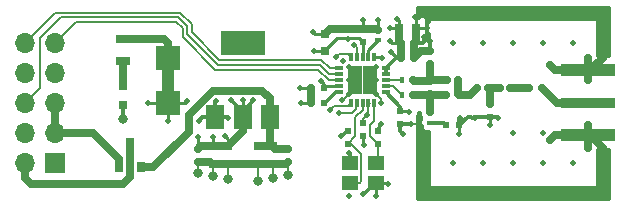
<source format=gbr>
%TF.GenerationSoftware,KiCad,Pcbnew,(5.1.6)-1*%
%TF.CreationDate,2020-07-26T08:56:45-05:00*%
%TF.ProjectId,nanoRT,6e616e6f-5254-42e6-9b69-6361645f7063,rev?*%
%TF.SameCoordinates,Original*%
%TF.FileFunction,Copper,L1,Top*%
%TF.FilePolarity,Positive*%
%FSLAX46Y46*%
G04 Gerber Fmt 4.6, Leading zero omitted, Abs format (unit mm)*
G04 Created by KiCad (PCBNEW (5.1.6)-1) date 2020-07-26 08:56:45*
%MOMM*%
%LPD*%
G01*
G04 APERTURE LIST*
%TA.AperFunction,SMDPad,CuDef*%
%ADD10R,1.998980X1.998980*%
%TD*%
%TA.AperFunction,SMDPad,CuDef*%
%ADD11R,1.000000X2.000000*%
%TD*%
%TA.AperFunction,ComponentPad*%
%ADD12O,1.700000X1.700000*%
%TD*%
%TA.AperFunction,ComponentPad*%
%ADD13R,1.700000X1.700000*%
%TD*%
%TA.AperFunction,SMDPad,CuDef*%
%ADD14R,4.560000X0.850000*%
%TD*%
%TA.AperFunction,SMDPad,CuDef*%
%ADD15R,4.560000X1.000000*%
%TD*%
%TA.AperFunction,SMDPad,CuDef*%
%ADD16R,0.600000X0.500000*%
%TD*%
%TA.AperFunction,SMDPad,CuDef*%
%ADD17R,0.500000X0.600000*%
%TD*%
%TA.AperFunction,SMDPad,CuDef*%
%ADD18R,0.750000X0.800000*%
%TD*%
%TA.AperFunction,SMDPad,CuDef*%
%ADD19R,0.800000X0.750000*%
%TD*%
%TA.AperFunction,SMDPad,CuDef*%
%ADD20R,0.800000X0.800000*%
%TD*%
%TA.AperFunction,SMDPad,CuDef*%
%ADD21R,0.400000X0.600000*%
%TD*%
%TA.AperFunction,SMDPad,CuDef*%
%ADD22R,0.600000X0.400000*%
%TD*%
%TA.AperFunction,SMDPad,CuDef*%
%ADD23R,0.800000X0.900000*%
%TD*%
%TA.AperFunction,SMDPad,CuDef*%
%ADD24R,1.300000X0.700000*%
%TD*%
%TA.AperFunction,SMDPad,CuDef*%
%ADD25R,1.250000X1.250000*%
%TD*%
%TA.AperFunction,SMDPad,CuDef*%
%ADD26R,0.300000X0.730000*%
%TD*%
%TA.AperFunction,SMDPad,CuDef*%
%ADD27R,0.730000X0.300000*%
%TD*%
%TA.AperFunction,SMDPad,CuDef*%
%ADD28R,1.500000X2.000000*%
%TD*%
%TA.AperFunction,SMDPad,CuDef*%
%ADD29R,3.800000X2.000000*%
%TD*%
%TA.AperFunction,SMDPad,CuDef*%
%ADD30R,1.400000X1.200000*%
%TD*%
%TA.AperFunction,ViaPad*%
%ADD31C,0.812800*%
%TD*%
%TA.AperFunction,ViaPad*%
%ADD32C,0.508000*%
%TD*%
%TA.AperFunction,Conductor*%
%ADD33C,0.254000*%
%TD*%
%TA.AperFunction,Conductor*%
%ADD34C,0.635000*%
%TD*%
%TA.AperFunction,Conductor*%
%ADD35C,0.177800*%
%TD*%
%TA.AperFunction,Conductor*%
%ADD36C,0.355600*%
%TD*%
G04 APERTURE END LIST*
D10*
%TO.P,JP1,2*%
%TO.N,+3V3*%
X111760000Y-91440000D03*
%TO.P,JP1,1*%
%TO.N,Net-(JP1-Pad1)*%
X111760000Y-87630000D03*
D11*
X111760000Y-88900000D03*
%TO.P,JP1,2*%
%TO.N,+3V3*%
X111760000Y-90170000D03*
%TD*%
D12*
%TO.P,J2,10*%
%TO.N,/SPI2_SCK*%
X99695000Y-86360000D03*
%TO.P,J2,9*%
%TO.N,/GDO1*%
X102235000Y-86360000D03*
%TO.P,J2,8*%
%TO.N,/SPI2_~CS*%
X99695000Y-88900000D03*
%TO.P,J2,7*%
%TO.N,/GDO0*%
X102235000Y-88900000D03*
%TO.P,J2,6*%
%TO.N,/SPI2_MISO*%
X99695000Y-91440000D03*
%TO.P,J2,5*%
%TO.N,GND*%
X102235000Y-91440000D03*
%TO.P,J2,4*%
%TO.N,/SPI2_MOSI*%
X99695000Y-93980000D03*
%TO.P,J2,3*%
%TO.N,GND*%
X102235000Y-93980000D03*
%TO.P,J2,2*%
%TO.N,/5V_EXT*%
X99695000Y-96520000D03*
D13*
%TO.P,J2,1*%
%TO.N,+3V3*%
X102235000Y-96520000D03*
%TD*%
D14*
%TO.P,J5,1*%
%TO.N,Net-(C21-Pad1)*%
X147320000Y-91440000D03*
D15*
%TO.P,J5,2*%
%TO.N,GND*%
X147320000Y-94210000D03*
X147320000Y-88670000D03*
%TD*%
D16*
%TO.P,C1,1*%
%TO.N,/DCOUPL*%
X125010000Y-91440000D03*
%TO.P,C1,2*%
%TO.N,GND*%
X123910000Y-91440000D03*
%TD*%
D17*
%TO.P,C2,2*%
%TO.N,GND*%
X127000000Y-93811000D03*
%TO.P,C2,1*%
%TO.N,/XTAL_Q1*%
X127000000Y-94911000D03*
%TD*%
D18*
%TO.P,C3,2*%
%TO.N,GND*%
X125095000Y-85610000D03*
%TO.P,C3,1*%
%TO.N,+3V3*%
X125095000Y-87110000D03*
%TD*%
D17*
%TO.P,C4,1*%
%TO.N,/XTAL_Q2*%
X129540000Y-94911000D03*
%TO.P,C4,2*%
%TO.N,GND*%
X129540000Y-93811000D03*
%TD*%
D16*
%TO.P,C5,1*%
%TO.N,+3V3*%
X125010000Y-90170000D03*
%TO.P,C5,2*%
%TO.N,GND*%
X123910000Y-90170000D03*
%TD*%
D17*
%TO.P,C6,2*%
%TO.N,GND*%
X128270000Y-85175000D03*
%TO.P,C6,1*%
%TO.N,+3V3*%
X128270000Y-86275000D03*
%TD*%
D18*
%TO.P,C7,1*%
%TO.N,/5V_PROT*%
X120650000Y-95135000D03*
%TO.P,C7,2*%
%TO.N,GND*%
X120650000Y-96635000D03*
%TD*%
D17*
%TO.P,C8,1*%
%TO.N,+3V3*%
X128270000Y-93176000D03*
%TO.P,C8,2*%
%TO.N,GND*%
X128270000Y-94276000D03*
%TD*%
D18*
%TO.P,C9,1*%
%TO.N,/5V_PROT*%
X119380000Y-95135000D03*
%TO.P,C9,2*%
%TO.N,GND*%
X119380000Y-96635000D03*
%TD*%
D17*
%TO.P,C10,1*%
%TO.N,+3V3*%
X131445000Y-92160000D03*
%TO.P,C10,2*%
%TO.N,GND*%
X131445000Y-93260000D03*
%TD*%
D16*
%TO.P,C11,2*%
%TO.N,GND*%
X132630000Y-87630000D03*
%TO.P,C11,1*%
%TO.N,+3V3*%
X131530000Y-87630000D03*
%TD*%
D17*
%TO.P,C12,2*%
%TO.N,Net-(C12-Pad2)*%
X133985000Y-90720000D03*
%TO.P,C12,1*%
%TO.N,Net-(C12-Pad1)*%
X133985000Y-89620000D03*
%TD*%
D16*
%TO.P,C13,1*%
%TO.N,+3V3*%
X131530000Y-86360000D03*
%TO.P,C13,2*%
%TO.N,GND*%
X132630000Y-86360000D03*
%TD*%
D17*
%TO.P,C14,2*%
%TO.N,Net-(C12-Pad1)*%
X133985000Y-88180000D03*
%TO.P,C14,1*%
%TO.N,GND*%
X133985000Y-87080000D03*
%TD*%
D16*
%TO.P,C15,1*%
%TO.N,Net-(C15-Pad1)*%
X135340000Y-93345000D03*
%TO.P,C15,2*%
%TO.N,GND*%
X136440000Y-93345000D03*
%TD*%
D18*
%TO.P,C16,2*%
%TO.N,GND*%
X116840000Y-96635000D03*
%TO.P,C16,1*%
%TO.N,+3V3*%
X116840000Y-95135000D03*
%TD*%
D19*
%TO.P,C17,1*%
%TO.N,+3V3*%
X131330000Y-85090000D03*
%TO.P,C17,2*%
%TO.N,GND*%
X132830000Y-85090000D03*
%TD*%
D16*
%TO.P,C18,1*%
%TO.N,Net-(C18-Pad1)*%
X136440000Y-90805000D03*
%TO.P,C18,2*%
%TO.N,Net-(C12-Pad2)*%
X135340000Y-90805000D03*
%TD*%
D18*
%TO.P,C19,2*%
%TO.N,GND*%
X115570000Y-96635000D03*
%TO.P,C19,1*%
%TO.N,+3V3*%
X115570000Y-95135000D03*
%TD*%
D17*
%TO.P,C20,2*%
%TO.N,GND*%
X139065000Y-92625000D03*
%TO.P,C20,1*%
%TO.N,Net-(C20-Pad1)*%
X139065000Y-91525000D03*
%TD*%
D16*
%TO.P,C21,2*%
%TO.N,Net-(C21-Pad2)*%
X142325000Y-90170000D03*
%TO.P,C21,1*%
%TO.N,Net-(C21-Pad1)*%
X143425000Y-90170000D03*
%TD*%
D17*
%TO.P,C22,2*%
%TO.N,GND*%
X121920000Y-96435000D03*
%TO.P,C22,1*%
%TO.N,/5V_PROT*%
X121920000Y-95335000D03*
%TD*%
%TO.P,C23,2*%
%TO.N,GND*%
X114300000Y-96435000D03*
%TO.P,C23,1*%
%TO.N,+3V3*%
X114300000Y-95335000D03*
%TD*%
D20*
%TO.P,D2,1*%
%TO.N,GND*%
X107950000Y-91605000D03*
%TO.P,D2,2*%
%TO.N,Net-(D2-Pad2)*%
X107950000Y-90005000D03*
%TD*%
D21*
%TO.P,L1,2*%
%TO.N,Net-(C12-Pad1)*%
X132530000Y-89535000D03*
%TO.P,L1,1*%
%TO.N,/RF_N*%
X131630000Y-89535000D03*
%TD*%
%TO.P,L2,1*%
%TO.N,/RF_P*%
X131630000Y-90805000D03*
%TO.P,L2,2*%
%TO.N,Net-(C12-Pad2)*%
X132530000Y-90805000D03*
%TD*%
D22*
%TO.P,L3,1*%
%TO.N,Net-(C12-Pad2)*%
X133985000Y-92260000D03*
%TO.P,L3,2*%
%TO.N,Net-(C15-Pad1)*%
X133985000Y-93160000D03*
%TD*%
D21*
%TO.P,L4,2*%
%TO.N,Net-(C18-Pad1)*%
X136340000Y-89535000D03*
%TO.P,L4,1*%
%TO.N,Net-(C12-Pad1)*%
X135440000Y-89535000D03*
%TD*%
%TO.P,L5,1*%
%TO.N,Net-(C18-Pad1)*%
X137980000Y-90170000D03*
%TO.P,L5,2*%
%TO.N,Net-(C20-Pad1)*%
X138880000Y-90170000D03*
%TD*%
%TO.P,L6,2*%
%TO.N,Net-(C21-Pad2)*%
X140785000Y-90170000D03*
%TO.P,L6,1*%
%TO.N,Net-(C20-Pad1)*%
X139885000Y-90170000D03*
%TD*%
D23*
%TO.P,Q1,3*%
%TO.N,/5V_EXT*%
X108585000Y-94885000D03*
%TO.P,Q1,2*%
%TO.N,/5V_PROT*%
X109535000Y-96885000D03*
%TO.P,Q1,1*%
%TO.N,GND*%
X107635000Y-96885000D03*
%TD*%
D22*
%TO.P,R2,2*%
%TO.N,GND*%
X129540000Y-85275000D03*
%TO.P,R2,1*%
%TO.N,/RBIAS*%
X129540000Y-86175000D03*
%TD*%
D24*
%TO.P,R3,2*%
%TO.N,Net-(D2-Pad2)*%
X107950000Y-87945000D03*
%TO.P,R3,1*%
%TO.N,Net-(JP1-Pad1)*%
X107950000Y-86045000D03*
%TD*%
D25*
%TO.P,U1,21*%
%TO.N,GND*%
X127645000Y-88910000D03*
X127645000Y-90160000D03*
X128895000Y-88910000D03*
X128895000Y-90160000D03*
D26*
%TO.P,U1,20*%
%TO.N,/SPI2_MOSI*%
X127270000Y-87570000D03*
%TO.P,U1,19*%
%TO.N,GND*%
X127770000Y-87570000D03*
%TO.P,U1,18*%
%TO.N,+3V3*%
X128270000Y-87570000D03*
%TO.P,U1,17*%
%TO.N,/RBIAS*%
X128770000Y-87570000D03*
%TO.P,U1,16*%
%TO.N,GND*%
X129270000Y-87570000D03*
D27*
%TO.P,U1,15*%
%TO.N,+3V3*%
X130235000Y-88535000D03*
%TO.P,U1,14*%
X130235000Y-89035000D03*
%TO.P,U1,13*%
%TO.N,/RF_N*%
X130235000Y-89535000D03*
%TO.P,U1,12*%
%TO.N,/RF_P*%
X130235000Y-90035000D03*
%TO.P,U1,11*%
%TO.N,+3V3*%
X130235000Y-90535000D03*
D26*
%TO.P,U1,10*%
%TO.N,/XTAL_Q2*%
X129270000Y-91500000D03*
%TO.P,U1,9*%
%TO.N,+3V3*%
X128770000Y-91500000D03*
%TO.P,U1,8*%
%TO.N,/XTAL_Q1*%
X128270000Y-91500000D03*
%TO.P,U1,7*%
%TO.N,/SPI2_~CS*%
X127770000Y-91500000D03*
%TO.P,U1,6*%
%TO.N,/GDO0*%
X127270000Y-91500000D03*
D27*
%TO.P,U1,5*%
%TO.N,/DCOUPL*%
X126305000Y-90535000D03*
%TO.P,U1,4*%
%TO.N,+3V3*%
X126305000Y-90035000D03*
%TO.P,U1,3*%
%TO.N,/GDO1*%
X126305000Y-89535000D03*
%TO.P,U1,2*%
%TO.N,/SPI2_MISO*%
X126305000Y-89035000D03*
%TO.P,U1,1*%
%TO.N,/SPI2_SCK*%
X126305000Y-88535000D03*
%TD*%
D28*
%TO.P,U2,1*%
%TO.N,GND*%
X115810000Y-92685000D03*
%TO.P,U2,3*%
%TO.N,/5V_PROT*%
X120410000Y-92685000D03*
%TO.P,U2,2*%
%TO.N,+3V3*%
X118110000Y-92685000D03*
D29*
%TO.P,U2,4*%
%TO.N,N/C*%
X118110000Y-86385000D03*
%TD*%
D30*
%TO.P,Y1,4*%
%TO.N,GND*%
X127170000Y-96520000D03*
%TO.P,Y1,3*%
%TO.N,/XTAL_Q2*%
X129370000Y-96520000D03*
%TO.P,Y1,2*%
%TO.N,GND*%
X129370000Y-98220000D03*
%TO.P,Y1,1*%
%TO.N,/XTAL_Q1*%
X127170000Y-98220000D03*
%TD*%
D31*
%TO.N,GND*%
X121920000Y-97536000D03*
X119380000Y-98044000D03*
X120650000Y-97790000D03*
X116840000Y-97917000D03*
X115570000Y-97663000D03*
X114300000Y-97409000D03*
X107950000Y-92837000D03*
D32*
X132334000Y-93218000D03*
X131699000Y-94107000D03*
X129921000Y-87630000D03*
X129540000Y-84455000D03*
X128270000Y-84455000D03*
X124079000Y-85471000D03*
X123063000Y-91440000D03*
X122936000Y-90170000D03*
X136398000Y-94107000D03*
X139065000Y-93345000D03*
X133985000Y-86233000D03*
X132715000Y-84201000D03*
X133731000Y-85090000D03*
X133477000Y-85852000D03*
X127635000Y-90170000D03*
X128905000Y-90170000D03*
X128905000Y-88900000D03*
X127635000Y-88900000D03*
X127565998Y-86551983D03*
X127124002Y-88389002D03*
X129415998Y-88392000D03*
X129415998Y-90680998D03*
X127127000Y-90678000D03*
X127124002Y-89535000D03*
X129415998Y-89535000D03*
X133350000Y-93980000D03*
X133350000Y-95250000D03*
X133350000Y-96520000D03*
X133350000Y-97790000D03*
X133350000Y-99060000D03*
X134620000Y-99060000D03*
X135890000Y-99060000D03*
X137160000Y-99060000D03*
X138430000Y-99060000D03*
X139700000Y-99060000D03*
X140970000Y-99060000D03*
X142240000Y-99060000D03*
X143510000Y-99060000D03*
X144780000Y-99060000D03*
X146050000Y-99060000D03*
X147320000Y-99060000D03*
X148590000Y-99060000D03*
X148590000Y-97790000D03*
X148590000Y-96520000D03*
X148590000Y-95250000D03*
X148590000Y-87630000D03*
X148590000Y-86360000D03*
X148590000Y-85090000D03*
X148590000Y-83820000D03*
X147320000Y-83820000D03*
X146050000Y-83820000D03*
X144780000Y-83820000D03*
X143510000Y-83820000D03*
X142240000Y-83820000D03*
X140970000Y-83820000D03*
X139700000Y-83820000D03*
X138430000Y-83820000D03*
X137160000Y-83820000D03*
X135890000Y-83820000D03*
X134620000Y-83820000D03*
X133350000Y-83820000D03*
X144145000Y-94615000D03*
X144145000Y-88265000D03*
X147320000Y-89535000D03*
X147320000Y-93345000D03*
X147320000Y-87630000D03*
X147320000Y-95250000D03*
X128397000Y-94996000D03*
X129794000Y-93218000D03*
X126423957Y-94295067D03*
X129413000Y-99314000D03*
X130429000Y-98298000D03*
X128270000Y-99187000D03*
X127127000Y-95665002D03*
X127127000Y-99314000D03*
X139700000Y-92710000D03*
X136525000Y-92710000D03*
X137795000Y-92710000D03*
X135890000Y-96520000D03*
X138430000Y-96520000D03*
X140970000Y-96520000D03*
X143510000Y-96520000D03*
X146050000Y-96520000D03*
X140970000Y-93980000D03*
X143510000Y-93980000D03*
X146050000Y-86360000D03*
X143510000Y-86360000D03*
X140970000Y-86360000D03*
X138430000Y-86360000D03*
X135890000Y-86360000D03*
X114427000Y-92964000D03*
X115824000Y-91313000D03*
X116905998Y-92710000D03*
X126492000Y-91186000D03*
X126619000Y-87884000D03*
X129874002Y-91440000D03*
%TO.N,+3V3*%
X114300000Y-94361000D03*
X115570000Y-94361000D03*
X116586000Y-94234000D03*
X110109000Y-91440000D03*
X111760000Y-92964000D03*
X113411000Y-91313000D03*
X118110000Y-91186000D03*
X117094000Y-91186000D03*
X118999000Y-91186000D03*
X132207000Y-92202000D03*
X131191000Y-84328000D03*
X130556000Y-85090000D03*
X130556000Y-86233000D03*
X130683000Y-87122000D03*
X127074719Y-86042154D03*
X128651000Y-92456000D03*
X124712253Y-89591653D03*
X124201182Y-87087090D03*
%TO.N,/SPI2_MOSI*%
X125985735Y-87567368D03*
%TO.N,/SPI2_~CS*%
X126238000Y-92329000D03*
%TO.N,/GDO0*%
X125489754Y-92106901D03*
%TD*%
D33*
%TO.N,/DCOUPL*%
X125915000Y-90535000D02*
X125010000Y-91440000D01*
X126305000Y-90535000D02*
X125915000Y-90535000D01*
D34*
%TO.N,GND*%
X133180000Y-87080000D02*
X132630000Y-87630000D01*
X133985000Y-87080000D02*
X133180000Y-87080000D01*
X132630000Y-86360000D02*
X132630000Y-87630000D01*
X132830000Y-85090000D02*
X132830000Y-86160000D01*
X129440000Y-85175000D02*
X129540000Y-85275000D01*
X128270000Y-85175000D02*
X129440000Y-85175000D01*
X125530000Y-85175000D02*
X128270000Y-85175000D01*
X125095000Y-85610000D02*
X125530000Y-85175000D01*
X123910000Y-90170000D02*
X123910000Y-91440000D01*
X115370000Y-96435000D02*
X115570000Y-96635000D01*
X114300000Y-96435000D02*
X115370000Y-96435000D01*
X115570000Y-96635000D02*
X116840000Y-96635000D01*
X116840000Y-96635000D02*
X119380000Y-96635000D01*
X119380000Y-96635000D02*
X120650000Y-96635000D01*
X121720000Y-96635000D02*
X121920000Y-96435000D01*
X120650000Y-96635000D02*
X121720000Y-96635000D01*
X107635000Y-96885000D02*
X107635000Y-96205000D01*
X107635000Y-96205000D02*
X105410000Y-93980000D01*
D35*
X121920000Y-96435000D02*
X121920000Y-97536000D01*
X119380000Y-96635000D02*
X119380000Y-98044000D01*
X120650000Y-96635000D02*
X120650000Y-97790000D01*
X116840000Y-96635000D02*
X116840000Y-97917000D01*
X115570000Y-96635000D02*
X115570000Y-97663000D01*
X114300000Y-96435000D02*
X114300000Y-97409000D01*
D36*
X137160000Y-92625000D02*
X136440000Y-93345000D01*
X131445000Y-93260000D02*
X132292000Y-93260000D01*
X132292000Y-93260000D02*
X132334000Y-93218000D01*
X131445000Y-93260000D02*
X131445000Y-93853000D01*
X131445000Y-93853000D02*
X131699000Y-94107000D01*
D33*
X129270000Y-87570000D02*
X129861000Y-87570000D01*
X129861000Y-87570000D02*
X129921000Y-87630000D01*
X129540000Y-85275000D02*
X129540000Y-84455000D01*
X128270000Y-85175000D02*
X128270000Y-84455000D01*
X125095000Y-85610000D02*
X124218000Y-85610000D01*
X124218000Y-85610000D02*
X124079000Y-85471000D01*
X123910000Y-91440000D02*
X123063000Y-91440000D01*
X123910000Y-90170000D02*
X122936000Y-90170000D01*
X136440000Y-93345000D02*
X136440000Y-94065000D01*
X136440000Y-94065000D02*
X136398000Y-94107000D01*
X139065000Y-92625000D02*
X139065000Y-93345000D01*
X132830000Y-85090000D02*
X132830000Y-84316000D01*
X132830000Y-84316000D02*
X132715000Y-84201000D01*
X132830000Y-85090000D02*
X133731000Y-85090000D01*
X132630000Y-86360000D02*
X132830000Y-86160000D01*
X127645000Y-90160000D02*
X127635000Y-90170000D01*
X128895000Y-90160000D02*
X128905000Y-90170000D01*
X128895000Y-88910000D02*
X128905000Y-88900000D01*
X127645000Y-88910000D02*
X127635000Y-88900000D01*
D35*
X127770000Y-87570000D02*
X127770000Y-86755985D01*
X127770000Y-86755985D02*
X127565998Y-86551983D01*
X128905000Y-88900000D02*
X128907998Y-88900000D01*
X128907998Y-88900000D02*
X129415998Y-88392000D01*
X127645000Y-90160000D02*
X127127000Y-90678000D01*
X128905000Y-88900000D02*
X128905000Y-89024002D01*
X128905000Y-89024002D02*
X129415998Y-89535000D01*
X132334000Y-93218000D02*
X133223000Y-93218000D01*
X133223000Y-93218000D02*
X133350000Y-93345000D01*
X133350000Y-93345000D02*
X133350000Y-93980000D01*
X133350000Y-95250000D02*
X133350000Y-96520000D01*
X133350000Y-97790000D02*
X133350000Y-99060000D01*
X134620000Y-99060000D02*
X135890000Y-99060000D01*
X137160000Y-99060000D02*
X138430000Y-99060000D01*
X139700000Y-99060000D02*
X140970000Y-99060000D01*
X142240000Y-99060000D02*
X143510000Y-99060000D01*
X144780000Y-99060000D02*
X146050000Y-99060000D01*
X147320000Y-99060000D02*
X148590000Y-99060000D01*
X148590000Y-97790000D02*
X148590000Y-96520000D01*
X148590000Y-86360000D02*
X148590000Y-85090000D01*
X148590000Y-83820000D02*
X147320000Y-83820000D01*
X146050000Y-83820000D02*
X144780000Y-83820000D01*
X143510000Y-83820000D02*
X142240000Y-83820000D01*
X140970000Y-83820000D02*
X139700000Y-83820000D01*
X138430000Y-83820000D02*
X137160000Y-83820000D01*
X135890000Y-83820000D02*
X134620000Y-83820000D01*
D36*
X133730999Y-85598001D02*
X133477000Y-85852000D01*
X133731000Y-85090000D02*
X133730999Y-85598001D01*
X133604000Y-85852000D02*
X133985000Y-86233000D01*
X133477000Y-85852000D02*
X133604000Y-85852000D01*
D34*
X147550000Y-94210000D02*
X148590000Y-95250000D01*
X147320000Y-94210000D02*
X147550000Y-94210000D01*
X147550000Y-88670000D02*
X148590000Y-87630000D01*
X147320000Y-88670000D02*
X147550000Y-88670000D01*
X147320000Y-88670000D02*
X144550000Y-88670000D01*
X144550000Y-88670000D02*
X144145000Y-88265000D01*
X147320000Y-94210000D02*
X147320000Y-93345000D01*
X147320000Y-94210000D02*
X147320000Y-95250000D01*
D33*
X128270000Y-94276000D02*
X128270000Y-94869000D01*
X128270000Y-94869000D02*
X128397000Y-94996000D01*
X129540000Y-93811000D02*
X129540000Y-93472000D01*
X129540000Y-93472000D02*
X129794000Y-93218000D01*
X127000000Y-93811000D02*
X126908024Y-93811000D01*
X126908024Y-93811000D02*
X126423957Y-94295067D01*
X127170000Y-96520000D02*
X127170000Y-96436000D01*
X129370000Y-98220000D02*
X129370000Y-99271000D01*
X129370000Y-99271000D02*
X129413000Y-99314000D01*
X129370000Y-98220000D02*
X130351000Y-98220000D01*
X130351000Y-98220000D02*
X130429000Y-98298000D01*
X129370000Y-98220000D02*
X129237000Y-98220000D01*
X129237000Y-98220000D02*
X128270000Y-99187000D01*
X127170000Y-96520000D02*
X127170000Y-95708002D01*
X127170000Y-95708002D02*
X127127000Y-95665002D01*
D34*
X144550000Y-94210000D02*
X144145000Y-94615000D01*
X147320000Y-94210000D02*
X144550000Y-94210000D01*
D36*
X139065000Y-92625000D02*
X139615000Y-92625000D01*
X139615000Y-92625000D02*
X139700000Y-92710000D01*
X136440000Y-93345000D02*
X136440000Y-92795000D01*
X136440000Y-92795000D02*
X136525000Y-92710000D01*
X137710000Y-92625000D02*
X137795000Y-92710000D01*
X137795000Y-92710000D02*
X137160000Y-92625000D01*
X139065000Y-92625000D02*
X137710000Y-92625000D01*
D34*
X147320000Y-87630000D02*
X147320000Y-88670000D01*
X147320000Y-89535000D02*
X147320000Y-88670000D01*
D36*
X133985000Y-86233000D02*
X133985000Y-87080000D01*
X133731000Y-84201000D02*
X133350000Y-83820000D01*
X133731000Y-85090000D02*
X133731000Y-84201000D01*
X133477000Y-85852000D02*
X133477000Y-86233000D01*
X133350000Y-86360000D02*
X132630000Y-86360000D01*
X133477000Y-86233000D02*
X133350000Y-86360000D01*
X107950000Y-91605000D02*
X107950000Y-92837000D01*
X115810000Y-92685000D02*
X114706000Y-92685000D01*
X114706000Y-92685000D02*
X114427000Y-92964000D01*
X115810000Y-92685000D02*
X115810000Y-91327000D01*
X115810000Y-91327000D02*
X115824000Y-91313000D01*
X115810000Y-92685000D02*
X116880998Y-92685000D01*
X116880998Y-92685000D02*
X116905998Y-92710000D01*
D34*
X105410000Y-93980000D02*
X102235000Y-93980000D01*
X102235000Y-91440000D02*
X102235000Y-93980000D01*
D35*
X126619000Y-91186000D02*
X126492000Y-91186000D01*
X127645000Y-90160000D02*
X126619000Y-91186000D01*
X129415998Y-90680998D02*
X129874002Y-91139002D01*
X129874002Y-91139002D02*
X129874002Y-91440000D01*
%TO.N,/XTAL_Q1*%
X127635000Y-94276000D02*
X127000000Y-94911000D01*
X127635000Y-92677800D02*
X127635000Y-94276000D01*
X128270000Y-91500000D02*
X128270000Y-92042800D01*
X128270000Y-92042800D02*
X127635000Y-92677800D01*
X128158901Y-98108899D02*
X128047800Y-98220000D01*
X128158901Y-95773901D02*
X128158901Y-98108899D01*
X128047800Y-98220000D02*
X127170000Y-98220000D01*
X127296000Y-94911000D02*
X128158901Y-95773901D01*
X127000000Y-94911000D02*
X127296000Y-94911000D01*
D34*
%TO.N,+3V3*%
X116840000Y-95135000D02*
X115570000Y-95135000D01*
X114500000Y-95135000D02*
X114300000Y-95335000D01*
X115570000Y-95135000D02*
X114500000Y-95135000D01*
X118110000Y-93865000D02*
X116840000Y-95135000D01*
X118110000Y-92685000D02*
X118110000Y-93865000D01*
D33*
X125145000Y-90035000D02*
X126305000Y-90035000D01*
X125010000Y-90170000D02*
X125145000Y-90035000D01*
X128270000Y-87570000D02*
X128270000Y-86275000D01*
X125095000Y-87110000D02*
X125095000Y-86995000D01*
X125095000Y-86995000D02*
X126111000Y-85979000D01*
D34*
X131330000Y-86160000D02*
X131530000Y-86360000D01*
X131330000Y-85090000D02*
X131330000Y-86160000D01*
X131530000Y-86360000D02*
X131530000Y-87630000D01*
D36*
X131140000Y-87630000D02*
X130235000Y-88535000D01*
X131530000Y-87630000D02*
X131140000Y-87630000D01*
X130235000Y-88535000D02*
X130235000Y-89007199D01*
D33*
X128778000Y-91508000D02*
X128770000Y-91500000D01*
X114300000Y-95335000D02*
X114300000Y-94361000D01*
X115570000Y-95135000D02*
X115570000Y-94361000D01*
X116840000Y-95135000D02*
X116840000Y-94488000D01*
X116840000Y-94488000D02*
X116586000Y-94234000D01*
X111760000Y-91440000D02*
X110109000Y-91440000D01*
X111760000Y-91440000D02*
X111760000Y-92964000D01*
X111760000Y-91440000D02*
X113284000Y-91440000D01*
X113284000Y-91440000D02*
X113411000Y-91313000D01*
X118110000Y-92685000D02*
X118110000Y-91186000D01*
X118110000Y-92685000D02*
X118110000Y-92202000D01*
X118110000Y-92202000D02*
X117094000Y-91186000D01*
X118110000Y-92685000D02*
X118110000Y-92075000D01*
X118110000Y-92075000D02*
X118999000Y-91186000D01*
X131445000Y-92160000D02*
X132165000Y-92160000D01*
X132165000Y-92160000D02*
X132207000Y-92202000D01*
X131330000Y-85090000D02*
X131330000Y-84467000D01*
X131330000Y-84467000D02*
X131191000Y-84328000D01*
X131330000Y-85090000D02*
X130556000Y-85090000D01*
X131530000Y-86360000D02*
X130683000Y-86360000D01*
X130683000Y-86360000D02*
X130556000Y-86233000D01*
X131530000Y-87630000D02*
X131191000Y-87630000D01*
X131191000Y-87630000D02*
X130683000Y-87122000D01*
X126111000Y-85979000D02*
X127254000Y-85979000D01*
X127254000Y-85979000D02*
X127137873Y-85979000D01*
X127254000Y-85979000D02*
X127262019Y-85970981D01*
X127262019Y-85970981D02*
X127965981Y-85970981D01*
X127145892Y-85970981D02*
X127074719Y-86042154D01*
X127137873Y-85979000D02*
X127074719Y-86042154D01*
X127965981Y-85970981D02*
X127145892Y-85970981D01*
X128270000Y-86275000D02*
X127965981Y-85970981D01*
D35*
X128770000Y-91500000D02*
X128770000Y-92337000D01*
X128770000Y-92337000D02*
X128651000Y-92456000D01*
X128651000Y-92456000D02*
X128312000Y-92795000D01*
X128312000Y-93134000D02*
X128270000Y-93176000D01*
X128312000Y-92795000D02*
X128312000Y-93134000D01*
D33*
X125010000Y-90170000D02*
X125010000Y-89889400D01*
X125010000Y-89889400D02*
X124712253Y-89591653D01*
X124224092Y-87110000D02*
X124201182Y-87087090D01*
X125095000Y-87110000D02*
X124224092Y-87110000D01*
D36*
X131445000Y-91772801D02*
X130235000Y-90562801D01*
X131445000Y-92160000D02*
X131445000Y-91772801D01*
D35*
%TO.N,/XTAL_Q2*%
X129270000Y-93010978D02*
X128905000Y-93375978D01*
X129270000Y-91500000D02*
X129270000Y-93010978D01*
X128905000Y-94276000D02*
X129540000Y-94911000D01*
X128905000Y-93375978D02*
X128905000Y-94276000D01*
X129540000Y-96350000D02*
X129370000Y-96520000D01*
X129540000Y-94911000D02*
X129540000Y-96350000D01*
D34*
%TO.N,/5V_PROT*%
X120850000Y-95335000D02*
X120650000Y-95135000D01*
X121920000Y-95335000D02*
X120850000Y-95335000D01*
X119380000Y-95135000D02*
X120650000Y-95135000D01*
X120410000Y-94895000D02*
X120650000Y-95135000D01*
X120410000Y-92685000D02*
X120410000Y-94895000D01*
X113538000Y-92456000D02*
X113538000Y-93917000D01*
X120410000Y-92685000D02*
X120410000Y-91050000D01*
X115579502Y-90414498D02*
X113538000Y-92456000D01*
X113538000Y-93917000D02*
X110570000Y-96885000D01*
X119774498Y-90414498D02*
X115579502Y-90414498D01*
X120410000Y-91050000D02*
X119774498Y-90414498D01*
X110570000Y-96885000D02*
X109535000Y-96885000D01*
%TO.N,Net-(C12-Pad2)*%
X134070000Y-90805000D02*
X133985000Y-90720000D01*
X135340000Y-90805000D02*
X134070000Y-90805000D01*
X133985000Y-92260000D02*
X133985000Y-90720000D01*
X133900000Y-90805000D02*
X133985000Y-90720000D01*
X132530000Y-90805000D02*
X133900000Y-90805000D01*
%TO.N,Net-(C12-Pad1)*%
X134070000Y-89535000D02*
X133985000Y-89620000D01*
X135440000Y-89535000D02*
X134070000Y-89535000D01*
X132615000Y-89620000D02*
X132530000Y-89535000D01*
X133985000Y-89620000D02*
X132615000Y-89620000D01*
X133985000Y-88180000D02*
X133985000Y-89620000D01*
D36*
%TO.N,Net-(C15-Pad1)*%
X135155000Y-93160000D02*
X135340000Y-93345000D01*
X133985000Y-93160000D02*
X135155000Y-93160000D01*
D34*
%TO.N,Net-(C18-Pad1)*%
X137345000Y-90805000D02*
X137980000Y-90170000D01*
X136440000Y-90805000D02*
X137345000Y-90805000D01*
X136340000Y-90705000D02*
X136440000Y-90805000D01*
X136340000Y-89535000D02*
X136340000Y-90705000D01*
%TO.N,Net-(C20-Pad1)*%
X138880000Y-90170000D02*
X139885000Y-90170000D01*
X139065000Y-90355000D02*
X138880000Y-90170000D01*
X139065000Y-91525000D02*
X139065000Y-90355000D01*
%TO.N,Net-(C21-Pad2)*%
X140785000Y-90170000D02*
X142325000Y-90170000D01*
%TO.N,Net-(C21-Pad1)*%
X144695000Y-91440000D02*
X143425000Y-90170000D01*
X147320000Y-91440000D02*
X144695000Y-91440000D01*
%TO.N,Net-(D2-Pad2)*%
X107950000Y-87945000D02*
X107950000Y-90005000D01*
D35*
%TO.N,/SPI2_MOSI*%
X127270000Y-87570000D02*
X127013369Y-87313369D01*
X126239734Y-87313369D02*
X125985735Y-87567368D01*
X127013369Y-87313369D02*
X126239734Y-87313369D01*
%TO.N,/SPI2_MISO*%
X100965000Y-90170000D02*
X99695000Y-91440000D01*
X100965000Y-85944426D02*
X100965000Y-90170000D01*
X102705237Y-84204189D02*
X100965000Y-85944426D01*
X112657496Y-84204189D02*
X102705237Y-84204189D01*
X113426202Y-84972896D02*
X112657496Y-84204189D01*
X126305000Y-89035000D02*
X125457696Y-89035000D01*
X124687696Y-88265000D02*
X116051695Y-88265000D01*
X125457696Y-89035000D02*
X124687696Y-88265000D01*
X116051695Y-88265000D02*
X113426202Y-85639507D01*
X113426202Y-85639507D02*
X113426202Y-84972896D01*
%TO.N,/SPI2_~CS*%
X127708901Y-91561099D02*
X127708901Y-92001099D01*
X127770000Y-91500000D02*
X127708901Y-91561099D01*
X127708901Y-92001099D02*
X127381000Y-92329000D01*
X127381000Y-92329000D02*
X126238000Y-92329000D01*
%TO.N,/SPI2_SCK*%
X112813990Y-83826378D02*
X102228622Y-83826378D01*
X113804013Y-84816401D02*
X112813990Y-83826378D01*
X102228622Y-83826378D02*
X99695000Y-86360000D01*
X126305000Y-88535000D02*
X125492000Y-88535000D01*
X124755901Y-87798901D02*
X116119901Y-87798901D01*
X125492000Y-88535000D02*
X124755901Y-87798901D01*
X116119901Y-87798901D02*
X113804013Y-85483013D01*
X113804013Y-85483013D02*
X113804013Y-84816401D01*
%TO.N,/GDO1*%
X104013000Y-84582000D02*
X102235000Y-86360000D01*
X112501002Y-84582000D02*
X104013000Y-84582000D01*
X125423393Y-89535000D02*
X124534392Y-88646000D01*
X113048391Y-85129390D02*
X112501002Y-84582000D01*
X126305000Y-89535000D02*
X125423393Y-89535000D01*
X115797696Y-88646000D02*
X113048391Y-85896695D01*
X124534392Y-88646000D02*
X115797696Y-88646000D01*
X113048391Y-85896695D02*
X113048391Y-85129390D01*
%TO.N,/GDO0*%
X127041098Y-91728902D02*
X125867753Y-91728902D01*
X125867753Y-91728902D02*
X125489754Y-92106901D01*
X127270000Y-91500000D02*
X127041098Y-91728902D01*
D34*
%TO.N,/5V_EXT*%
X108585000Y-97716502D02*
X108585000Y-94885000D01*
X108003502Y-98298000D02*
X108585000Y-97716502D01*
X100203000Y-98298000D02*
X108003502Y-98298000D01*
X99695000Y-96520000D02*
X99695000Y-97790000D01*
X99695000Y-97790000D02*
X100203000Y-98298000D01*
%TO.N,Net-(JP1-Pad1)*%
X107950000Y-86045000D02*
X111445000Y-86045000D01*
X111760000Y-86360000D02*
X111445000Y-86045000D01*
X111760000Y-87630000D02*
X111760000Y-86360000D01*
D35*
%TO.N,/RF_N*%
X130235000Y-89535000D02*
X131630000Y-89535000D01*
%TO.N,/RF_P*%
X130860000Y-90035000D02*
X131630000Y-90805000D01*
X130235000Y-90035000D02*
X130860000Y-90035000D01*
D33*
%TO.N,/RBIAS*%
X128770000Y-86945000D02*
X128770000Y-87570000D01*
X129540000Y-86175000D02*
X128770000Y-86945000D01*
%TD*%
%TO.N,GND*%
G36*
X133159500Y-92300552D02*
G01*
X133171444Y-92421825D01*
X133174543Y-92432041D01*
X133174543Y-92460000D01*
X133184351Y-92559585D01*
X133213399Y-92655343D01*
X133242614Y-92710000D01*
X133213399Y-92764657D01*
X133184351Y-92860415D01*
X133174543Y-92960000D01*
X133174543Y-93360000D01*
X133184351Y-93459585D01*
X133213399Y-93555343D01*
X133260571Y-93643595D01*
X133324052Y-93720948D01*
X133401405Y-93784429D01*
X133489657Y-93831601D01*
X133585415Y-93860649D01*
X133685000Y-93870457D01*
X133858000Y-93870457D01*
X133858000Y-98425000D01*
X133860440Y-98449776D01*
X133867667Y-98473601D01*
X133879403Y-98495557D01*
X133895197Y-98514803D01*
X133914443Y-98530597D01*
X133936399Y-98542333D01*
X133960224Y-98549560D01*
X133985000Y-98552000D01*
X147955000Y-98552000D01*
X147979776Y-98549560D01*
X148003601Y-98542333D01*
X148025557Y-98530597D01*
X148044803Y-98514803D01*
X148060597Y-98495557D01*
X148072333Y-98473601D01*
X148079560Y-98449776D01*
X148082000Y-98425000D01*
X148082000Y-95345734D01*
X149098000Y-95347299D01*
X149098000Y-99568000D01*
X132842000Y-99568000D01*
X132842000Y-92623219D01*
X132882276Y-92562942D01*
X132939717Y-92424267D01*
X132969000Y-92277050D01*
X132969000Y-92202000D01*
X133159500Y-92202000D01*
X133159500Y-92300552D01*
G37*
X133159500Y-92300552D02*
X133171444Y-92421825D01*
X133174543Y-92432041D01*
X133174543Y-92460000D01*
X133184351Y-92559585D01*
X133213399Y-92655343D01*
X133242614Y-92710000D01*
X133213399Y-92764657D01*
X133184351Y-92860415D01*
X133174543Y-92960000D01*
X133174543Y-93360000D01*
X133184351Y-93459585D01*
X133213399Y-93555343D01*
X133260571Y-93643595D01*
X133324052Y-93720948D01*
X133401405Y-93784429D01*
X133489657Y-93831601D01*
X133585415Y-93860649D01*
X133685000Y-93870457D01*
X133858000Y-93870457D01*
X133858000Y-98425000D01*
X133860440Y-98449776D01*
X133867667Y-98473601D01*
X133879403Y-98495557D01*
X133895197Y-98514803D01*
X133914443Y-98530597D01*
X133936399Y-98542333D01*
X133960224Y-98549560D01*
X133985000Y-98552000D01*
X147955000Y-98552000D01*
X147979776Y-98549560D01*
X148003601Y-98542333D01*
X148025557Y-98530597D01*
X148044803Y-98514803D01*
X148060597Y-98495557D01*
X148072333Y-98473601D01*
X148079560Y-98449776D01*
X148082000Y-98425000D01*
X148082000Y-95345734D01*
X149098000Y-95347299D01*
X149098000Y-99568000D01*
X132842000Y-99568000D01*
X132842000Y-92623219D01*
X132882276Y-92562942D01*
X132939717Y-92424267D01*
X132969000Y-92277050D01*
X132969000Y-92202000D01*
X133159500Y-92202000D01*
X133159500Y-92300552D01*
G36*
X149098000Y-87532701D02*
G01*
X148082000Y-87534266D01*
X148082000Y-84455000D01*
X148079560Y-84430224D01*
X148072333Y-84406399D01*
X148060597Y-84384443D01*
X148044803Y-84365197D01*
X148025557Y-84349403D01*
X148003601Y-84337667D01*
X147979776Y-84330440D01*
X147955000Y-84328000D01*
X133985000Y-84328000D01*
X133960224Y-84330440D01*
X133936399Y-84337667D01*
X133914443Y-84349403D01*
X133895197Y-84365197D01*
X133879403Y-84384443D01*
X133867667Y-84406399D01*
X133860440Y-84430224D01*
X133858000Y-84455000D01*
X133858000Y-84612734D01*
X133855812Y-84590518D01*
X133819502Y-84470820D01*
X133760537Y-84360506D01*
X133681185Y-84263815D01*
X133584494Y-84184463D01*
X133474180Y-84125498D01*
X133354482Y-84089188D01*
X133230000Y-84076928D01*
X133115750Y-84080000D01*
X132957002Y-84238748D01*
X132957002Y-84080000D01*
X132842000Y-84080000D01*
X132842000Y-83312000D01*
X149098000Y-83312000D01*
X149098000Y-87532701D01*
G37*
X149098000Y-87532701D02*
X148082000Y-87534266D01*
X148082000Y-84455000D01*
X148079560Y-84430224D01*
X148072333Y-84406399D01*
X148060597Y-84384443D01*
X148044803Y-84365197D01*
X148025557Y-84349403D01*
X148003601Y-84337667D01*
X147979776Y-84330440D01*
X147955000Y-84328000D01*
X133985000Y-84328000D01*
X133960224Y-84330440D01*
X133936399Y-84337667D01*
X133914443Y-84349403D01*
X133895197Y-84365197D01*
X133879403Y-84384443D01*
X133867667Y-84406399D01*
X133860440Y-84430224D01*
X133858000Y-84455000D01*
X133858000Y-84612734D01*
X133855812Y-84590518D01*
X133819502Y-84470820D01*
X133760537Y-84360506D01*
X133681185Y-84263815D01*
X133584494Y-84184463D01*
X133474180Y-84125498D01*
X133354482Y-84089188D01*
X133230000Y-84076928D01*
X133115750Y-84080000D01*
X132957002Y-84238748D01*
X132957002Y-84080000D01*
X132842000Y-84080000D01*
X132842000Y-83312000D01*
X149098000Y-83312000D01*
X149098000Y-87532701D01*
G36*
X133858000Y-87207000D02*
G01*
X133838000Y-87207000D01*
X133838000Y-86953000D01*
X133858000Y-86953000D01*
X133858000Y-87207000D01*
G37*
X133858000Y-87207000D02*
X133838000Y-87207000D01*
X133838000Y-86953000D01*
X133858000Y-86953000D01*
X133858000Y-87207000D01*
G36*
X133858000Y-86145000D02*
G01*
X133857998Y-86145000D01*
X133857998Y-86299748D01*
X133703250Y-86145000D01*
X133594476Y-86157594D01*
X133475751Y-86196968D01*
X133412321Y-86232998D01*
X133410252Y-86232998D01*
X133565000Y-86078250D01*
X133557118Y-86010170D01*
X133584494Y-85995537D01*
X133681185Y-85916185D01*
X133760537Y-85819494D01*
X133819502Y-85709180D01*
X133855812Y-85589482D01*
X133858000Y-85567266D01*
X133858000Y-86145000D01*
G37*
X133858000Y-86145000D02*
X133857998Y-86145000D01*
X133857998Y-86299748D01*
X133703250Y-86145000D01*
X133594476Y-86157594D01*
X133475751Y-86196968D01*
X133412321Y-86232998D01*
X133410252Y-86232998D01*
X133565000Y-86078250D01*
X133557118Y-86010170D01*
X133584494Y-85995537D01*
X133681185Y-85916185D01*
X133760537Y-85819494D01*
X133819502Y-85709180D01*
X133855812Y-85589482D01*
X133858000Y-85567266D01*
X133858000Y-86145000D01*
G36*
X132957000Y-84963000D02*
G01*
X132977000Y-84963000D01*
X132977000Y-85217000D01*
X132957000Y-85217000D01*
X132957000Y-85237000D01*
X132842000Y-85237000D01*
X132842000Y-84943000D01*
X132957000Y-84943000D01*
X132957000Y-84963000D01*
G37*
X132957000Y-84963000D02*
X132977000Y-84963000D01*
X132977000Y-85217000D01*
X132957000Y-85217000D01*
X132957000Y-85237000D01*
X132842000Y-85237000D01*
X132842000Y-84943000D01*
X132957000Y-84943000D01*
X132957000Y-84963000D01*
%TD*%
M02*

</source>
